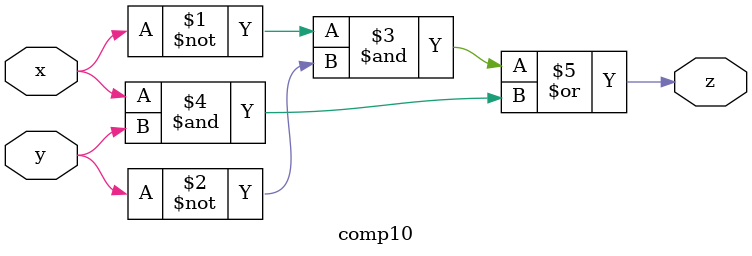
<source format=v>
module comp10(
        input x,
        input y,
        output z);

    assign z = (~x & ~y) | (x & y);

endmodule
</source>
